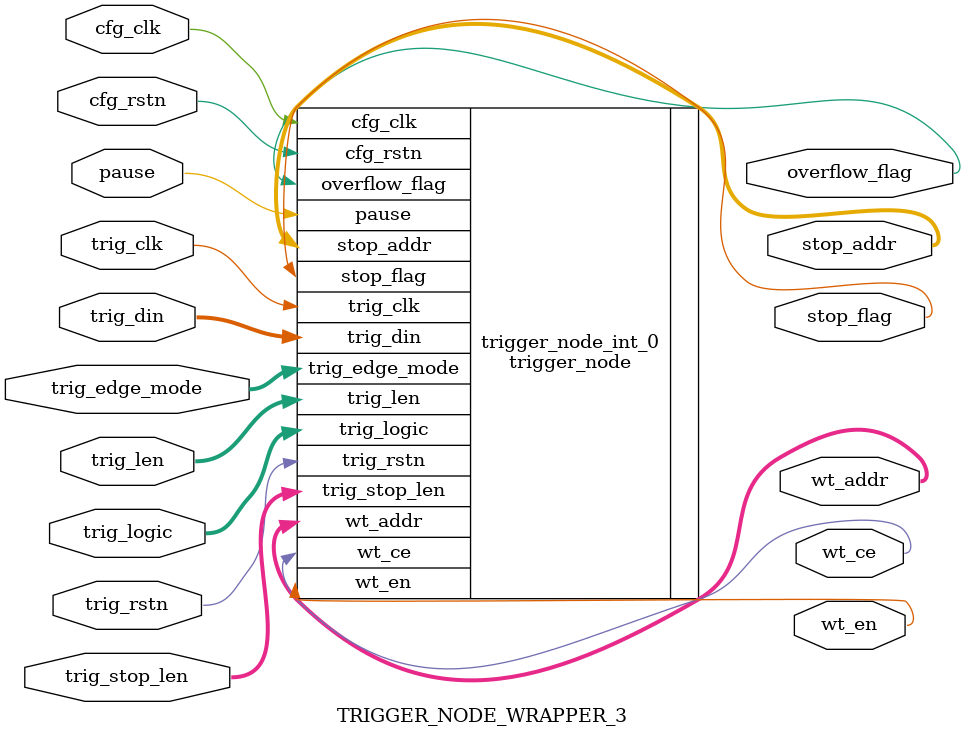
<source format=v>
module CFG_INT_WRAPPER(jtdi, jtck, jrstn, jrti, jscan, jshift, jupdate, jtdo, status, control);
	localparam DEFAULT_CTRL_LEN = 31;
	localparam DEFAULT_STAT_LEN = 18;
	localparam DEFAULT_TRIG_NUM = 1;
	input jtdi;
	input jtck;
	input jrstn;
	input jshift;
	input jupdate;
	input [1:0] jrti;
	input [1:0] jscan;
	input [DEFAULT_STAT_LEN-1:0] status;
	output [1:0] jtdo;
	output [DEFAULT_CTRL_LEN-1:0] control;

	cfg_int #(.INT_CTRL_REG_LEN(DEFAULT_CTRL_LEN), .INT_STAT_REG_LEN(DEFAULT_STAT_LEN), .INT_TRIG_NUM(DEFAULT_TRIG_NUM))
	 wrapper_cfg_inst(
		.jtdi(jtdi),
		.jtck(jtck),
		.jrstn(jrstn),
		.jrti(jrti),
		.jscan(jscan),
		.jshift(jshift),
		.jupdate(jupdate),
		.status(status),
		.jtdo(jtdo),
		.control(control)
	);
endmodule


module TRIGGER_NODE_WRAPPER_3(trig_clk, trig_rstn, pause, trig_logic, trig_din, trig_edge_mode, trig_len, trig_stop_len, cfg_clk, cfg_rstn, overflow_flag, stop_flag, stop_addr,  wt_ce, wt_en, wt_addr);
	localparam DEFAULT_DET_NUM = 3;
	localparam DEFAULT_STOP_LEN = 5461;
	input [DEFAULT_DET_NUM-1:0] trig_din;
	input trig_clk;
	input trig_rstn;
	input pause;
	input [1:0] trig_logic;
	input [DEFAULT_DET_NUM*3-1:0] trig_edge_mode;
	input [15:0] trig_len;
	input [1:0] trig_stop_len;
	input cfg_clk;
	input cfg_rstn;
	output overflow_flag;
	output stop_flag;
	output [15:0] stop_addr;
	output [15:0] wt_addr;
	output wt_en;
	output wt_ce;

	trigger_node #(.DET_NUM(DEFAULT_DET_NUM), .STOP_LEN(DEFAULT_STOP_LEN))
	 trigger_node_int_0(
		.trig_din(trig_din),
		.trig_clk(trig_clk),
		.trig_rstn(trig_rstn),
		.pause(pause),
		.trig_logic(trig_logic),
		.trig_edge_mode(trig_edge_mode),
		.trig_len(trig_len),
		.trig_stop_len(trig_stop_len),
		.cfg_clk(cfg_clk),
		.cfg_rstn(cfg_rstn),
		.overflow_flag(overflow_flag),
		.stop_flag(stop_flag),
		.stop_addr(stop_addr),
		.wt_addr(wt_addr),
		.wt_en(wt_en),
		.wt_ce(wt_ce)
	);
endmodule



</source>
